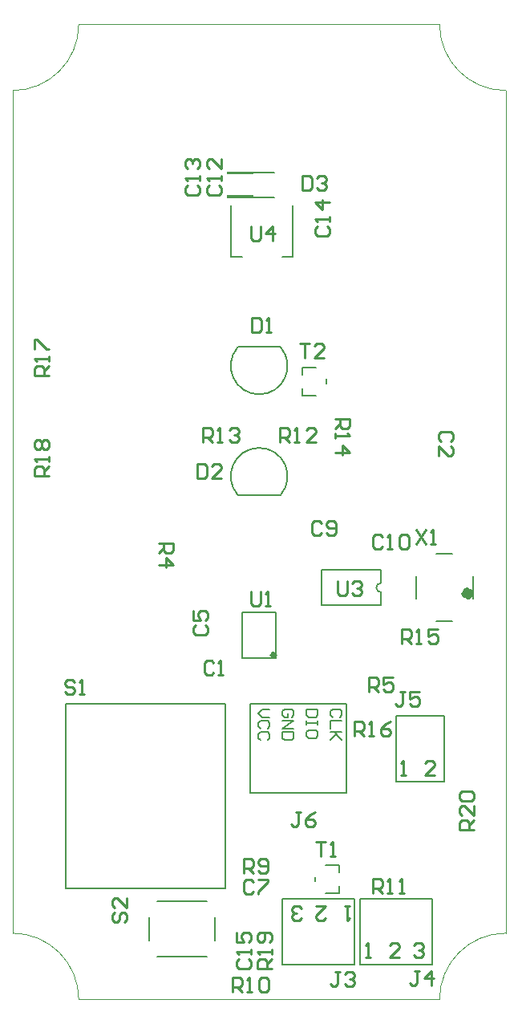
<source format=gto>
G04*
G04 #@! TF.GenerationSoftware,Altium Limited,Altium Designer,21.6.4 (81)*
G04*
G04 Layer_Color=65535*
%FSAX44Y44*%
%MOMM*%
G71*
G04*
G04 #@! TF.SameCoordinates,1A77CDA6-7C2D-4FE3-B1CB-ECEED33A992D*
G04*
G04*
G04 #@! TF.FilePolarity,Positive*
G04*
G01*
G75*
%ADD10C,0.2000*%
%ADD11C,1.0000*%
%ADD12C,0.5000*%
%ADD13C,0.2540*%
%ADD14C,0.0500*%
G36*
X00743500Y01084000D02*
Y01081000D01*
X00716250D01*
Y01084000D01*
X00743500D01*
D02*
G37*
G36*
Y01106000D02*
Y01109000D01*
X00716250D01*
Y01106000D01*
X00743500D01*
D02*
G37*
D10*
X00878789Y00675000D02*
G03*
X00878789Y00665000I00000000J-00005000D01*
G01*
X00727359Y00923682D02*
G03*
X00772641Y00923682I00022641J-00019682D01*
G01*
Y00767818D02*
G03*
X00727359Y00767818I-00022641J00019682D01*
G01*
X00816250Y00688500D02*
X00878750D01*
X00816250Y00651500D02*
Y00688500D01*
Y00651500D02*
X00878750D01*
Y00665000D01*
Y00675000D02*
Y00688500D01*
X00937102Y00705396D02*
X00945602D01*
X00954102D01*
X00945500Y00635000D02*
X00954000D01*
X00937000D02*
X00945500D01*
X00975500Y00670000D02*
Y00681750D01*
Y00658250D02*
Y00670000D01*
X00915500Y00658250D02*
Y00670000D01*
Y00681750D01*
X00703000Y00310000D02*
Y00322000D01*
Y00298000D02*
Y00310000D01*
X00634000Y00298000D02*
Y00310000D01*
X00642500Y00280500D02*
X00668500D01*
X00694500D01*
X00668500Y00339500D02*
X00694500D01*
X00642500D02*
X00668500D01*
X00634000Y00310000D02*
Y00322000D01*
X00842500Y00453250D02*
Y00547500D01*
X00740700Y00453250D02*
Y00547500D01*
Y00453250D02*
X00842500D01*
X00740700Y00547500D02*
X00842500D01*
X00727500Y00924000D02*
X00750000D01*
X00772500D01*
X00750000Y00767500D02*
X00772500D01*
X00727500D02*
X00750000D01*
X00720500Y01018750D02*
Y01073250D01*
Y01018750D02*
X00732000D01*
X00785500D02*
Y01073250D01*
X00774000Y01018750D02*
X00785500D01*
X00850450Y00272500D02*
Y00341500D01*
X00774050Y00272500D02*
Y00341500D01*
Y00272500D02*
X00850450D01*
X00774050Y00341500D02*
X00850450D01*
X00856700Y00272500D02*
Y00341500D01*
X00933100Y00272500D02*
Y00341500D01*
X00856700D02*
X00933100D01*
X00856700Y00272500D02*
X00933100D01*
X00894500Y00465500D02*
Y00534500D01*
X00945500Y00465500D02*
Y00534500D01*
X00894500D02*
X00945500D01*
X00894500Y00465500D02*
X00945500D01*
X00768000Y00596000D02*
Y00644000D01*
X00732000Y00596000D02*
Y00644000D01*
Y00596000D02*
X00768000D01*
X00732000Y00644000D02*
X00768000D01*
X00809500Y00360000D02*
Y00365000D01*
X00834500Y00369500D02*
Y00377500D01*
X00820000D02*
X00834500D01*
Y00347500D02*
Y00355500D01*
X00820000Y00347500D02*
X00834500D01*
X00820750Y00885000D02*
Y00890000D01*
X00795750Y00872500D02*
Y00880500D01*
Y00872500D02*
X00810250D01*
X00795750Y00894500D02*
Y00902500D01*
X00810250D01*
X00724500Y01082000D02*
X00765750D01*
X00724500Y01108000D02*
X00765750D01*
X00714500Y00547500D02*
X00714500Y00352500D01*
X00545500Y00547500D02*
X00714500D01*
X00545500Y00352500D02*
Y00547500D01*
Y00352500D02*
X00714500D01*
X00835347Y00533452D02*
X00837346Y00535452D01*
Y00539450D01*
X00835347Y00541450D01*
X00827349D01*
X00825350Y00539450D01*
Y00535452D01*
X00827349Y00533452D01*
X00837346Y00529454D02*
X00825350D01*
Y00521456D01*
X00837346Y00517458D02*
X00825350D01*
X00829349D01*
X00837346Y00509460D01*
X00831348Y00515458D01*
X00825350Y00509460D01*
X00811946Y00541450D02*
X00799950D01*
Y00535452D01*
X00801949Y00533452D01*
X00809947D01*
X00811946Y00535452D01*
Y00541450D01*
Y00529454D02*
Y00525455D01*
Y00527454D01*
X00799950D01*
Y00529454D01*
Y00525455D01*
X00811946Y00513459D02*
Y00517458D01*
X00809947Y00519457D01*
X00801949D01*
X00799950Y00517458D01*
Y00513459D01*
X00801949Y00511460D01*
X00809947D01*
X00811946Y00513459D01*
X00784547Y00533452D02*
X00786546Y00535452D01*
Y00539450D01*
X00784547Y00541450D01*
X00776549D01*
X00774550Y00539450D01*
Y00535452D01*
X00776549Y00533452D01*
X00780548D01*
Y00537451D01*
X00774550Y00529454D02*
X00786546D01*
X00774550Y00521456D01*
X00786546D01*
Y00517458D02*
X00774550D01*
Y00511460D01*
X00776549Y00509460D01*
X00784547D01*
X00786546Y00511460D01*
Y00517458D01*
X00761146Y00541450D02*
X00753148D01*
X00749150Y00537451D01*
X00753148Y00533452D01*
X00761146D01*
X00759147Y00521456D02*
X00761146Y00523456D01*
Y00527454D01*
X00759147Y00529454D01*
X00751149D01*
X00749150Y00527454D01*
Y00523456D01*
X00751149Y00521456D01*
X00759147Y00509460D02*
X00761146Y00511460D01*
Y00515458D01*
X00759147Y00517458D01*
X00751149D01*
X00749150Y00515458D01*
Y00511460D01*
X00751149Y00509460D01*
D11*
X00971500Y00663750D02*
G03*
X00971500Y00663750I-00001500J00000000D01*
G01*
D12*
X00766500Y00599000D02*
G03*
X00766500Y00599000I-00001500J00000000D01*
G01*
D13*
X00862040Y00279540D02*
X00867118D01*
X00864579D01*
Y00294775D01*
X00862040Y00292236D01*
X00897597Y00279540D02*
X00887440D01*
X00897597Y00289697D01*
Y00292236D01*
X00895058Y00294775D01*
X00889979D01*
X00887440Y00292236D01*
X00912840D02*
X00915379Y00294775D01*
X00920458D01*
X00922997Y00292236D01*
Y00289697D01*
X00920458Y00287157D01*
X00917918D01*
X00920458D01*
X00922997Y00284618D01*
Y00282079D01*
X00920458Y00279540D01*
X00915379D01*
X00912840Y00282079D01*
X00845110Y00334460D02*
X00840032D01*
X00842571D01*
Y00319225D01*
X00845110Y00321764D01*
X00809553Y00334460D02*
X00819710D01*
X00809553Y00324303D01*
Y00321764D01*
X00812093Y00319225D01*
X00817171D01*
X00819710Y00321764D01*
X00794310D02*
X00791771Y00319225D01*
X00786693D01*
X00784153Y00321764D01*
Y00324303D01*
X00786693Y00326842D01*
X00789232D01*
X00786693D01*
X00784153Y00329382D01*
Y00331921D01*
X00786693Y00334460D01*
X00791771D01*
X00794310Y00331921D01*
X00899840Y00472540D02*
X00904918D01*
X00902379D01*
Y00487775D01*
X00899840Y00485236D01*
X00935397Y00472540D02*
X00925240D01*
X00935397Y00482697D01*
Y00485236D01*
X00932858Y00487775D01*
X00927779D01*
X00925240Y00485236D01*
X00977117Y00414437D02*
X00961882D01*
Y00422054D01*
X00964422Y00424593D01*
X00969500D01*
X00972039Y00422054D01*
Y00414437D01*
Y00419515D02*
X00977117Y00424593D01*
Y00439828D02*
Y00429672D01*
X00966961Y00439828D01*
X00964422D01*
X00961882Y00437289D01*
Y00432211D01*
X00964422Y00429672D01*
Y00444907D02*
X00961882Y00447446D01*
Y00452524D01*
X00964422Y00455063D01*
X00974578D01*
X00977117Y00452524D01*
Y00447446D01*
X00974578Y00444907D01*
X00964422D01*
X00555241Y00570734D02*
X00552701Y00573273D01*
X00547623D01*
X00545084Y00570734D01*
Y00568195D01*
X00547623Y00565656D01*
X00552701D01*
X00555241Y00563116D01*
Y00560577D01*
X00552701Y00558038D01*
X00547623D01*
X00545084Y00560577D01*
X00560319Y00558038D02*
X00565397D01*
X00562858D01*
Y00573273D01*
X00560319Y00570734D01*
X00690206Y00823883D02*
Y00839118D01*
X00697824D01*
X00700363Y00836578D01*
Y00831500D01*
X00697824Y00828961D01*
X00690206D01*
X00695285D02*
X00700363Y00823883D01*
X00705441D02*
X00710520D01*
X00707980D01*
Y00839118D01*
X00705441Y00836578D01*
X00718137D02*
X00720676Y00839118D01*
X00725755D01*
X00728294Y00836578D01*
Y00834039D01*
X00725755Y00831500D01*
X00723215D01*
X00725755D01*
X00728294Y00828961D01*
Y00826422D01*
X00725755Y00823883D01*
X00720676D01*
X00718137Y00826422D01*
X00684304Y00800618D02*
Y00785383D01*
X00691922D01*
X00694461Y00787922D01*
Y00798078D01*
X00691922Y00800618D01*
X00684304D01*
X00709696Y00785383D02*
X00699539D01*
X00709696Y00795539D01*
Y00798078D01*
X00707157Y00800618D01*
X00702078D01*
X00699539Y00798078D01*
X00915482Y00731261D02*
X00925639Y00716026D01*
Y00731261D02*
X00915482Y00716026D01*
X00930717D02*
X00935795D01*
X00933256D01*
Y00731261D01*
X00930717Y00728722D01*
X00741554Y01051367D02*
Y01038672D01*
X00744093Y01036133D01*
X00749172D01*
X00751711Y01038672D01*
Y01051367D01*
X00764407Y01036133D02*
Y01051367D01*
X00756789Y01043750D01*
X00766946D01*
X00833054Y00677117D02*
Y00664422D01*
X00835593Y00661882D01*
X00840672D01*
X00843211Y00664422D01*
Y00677117D01*
X00848289Y00674578D02*
X00850828Y00677117D01*
X00855907D01*
X00858446Y00674578D01*
Y00672039D01*
X00855907Y00669500D01*
X00853368D01*
X00855907D01*
X00858446Y00666961D01*
Y00664422D01*
X00855907Y00661882D01*
X00850828D01*
X00848289Y00664422D01*
X00741093Y00666117D02*
Y00653422D01*
X00743633Y00650882D01*
X00748711D01*
X00751250Y00653422D01*
Y00666117D01*
X00756328Y00650882D02*
X00761407D01*
X00758868D01*
Y00666117D01*
X00756328Y00663578D01*
X00793242Y00927857D02*
X00803399D01*
X00798320D01*
Y00912622D01*
X00818634D02*
X00808477D01*
X00818634Y00922779D01*
Y00925318D01*
X00816095Y00927857D01*
X00811016D01*
X00808477Y00925318D01*
X00809593Y00402118D02*
X00819750D01*
X00814672D01*
Y00386883D01*
X00824828D02*
X00829907D01*
X00827368D01*
Y00402118D01*
X00824828Y00399578D01*
X00597800Y00327309D02*
X00595261Y00324770D01*
Y00319692D01*
X00597800Y00317153D01*
X00600339D01*
X00602878Y00319692D01*
Y00324770D01*
X00605418Y00327309D01*
X00607957D01*
X00610496Y00324770D01*
Y00319692D01*
X00607957Y00317153D01*
X00610496Y00342545D02*
Y00332388D01*
X00600339Y00342545D01*
X00597800D01*
X00595261Y00340005D01*
Y00334927D01*
X00597800Y00332388D01*
X00763118Y00267956D02*
X00747883D01*
Y00275574D01*
X00750422Y00278113D01*
X00755500D01*
X00758039Y00275574D01*
Y00267956D01*
Y00273034D02*
X00763118Y00278113D01*
Y00283191D02*
Y00288270D01*
Y00285730D01*
X00747883D01*
X00750422Y00283191D01*
X00760578Y00295887D02*
X00763118Y00298426D01*
Y00303505D01*
X00760578Y00306044D01*
X00750422D01*
X00747883Y00303505D01*
Y00298426D01*
X00750422Y00295887D01*
X00752961D01*
X00755500Y00298426D01*
Y00306044D01*
X00527702Y00787706D02*
X00512467D01*
Y00795324D01*
X00515006Y00797863D01*
X00520084D01*
X00522623Y00795324D01*
Y00787706D01*
Y00792785D02*
X00527702Y00797863D01*
Y00802941D02*
Y00808020D01*
Y00805480D01*
X00512467D01*
X00515006Y00802941D01*
Y00815637D02*
X00512467Y00818176D01*
Y00823255D01*
X00515006Y00825794D01*
X00517545D01*
X00520084Y00823255D01*
X00522623Y00825794D01*
X00525162D01*
X00527702Y00823255D01*
Y00818176D01*
X00525162Y00815637D01*
X00522623D01*
X00520084Y00818176D01*
X00517545Y00815637D01*
X00515006D01*
X00520084Y00818176D02*
Y00823255D01*
X00528340Y00893802D02*
X00513105D01*
Y00901420D01*
X00515644Y00903959D01*
X00520722D01*
X00523261Y00901420D01*
Y00893802D01*
Y00898880D02*
X00528340Y00903959D01*
Y00909037D02*
Y00914116D01*
Y00911577D01*
X00513105D01*
X00515644Y00909037D01*
X00513105Y00921733D02*
Y00931890D01*
X00515644D01*
X00525801Y00921733D01*
X00528340D01*
X00850206Y00513882D02*
Y00529118D01*
X00857824D01*
X00860363Y00526578D01*
Y00521500D01*
X00857824Y00518961D01*
X00850206D01*
X00855285D02*
X00860363Y00513882D01*
X00865441D02*
X00870520D01*
X00867980D01*
Y00529118D01*
X00865441Y00526578D01*
X00888294Y00529118D02*
X00883215Y00526578D01*
X00878137Y00521500D01*
Y00516422D01*
X00880676Y00513882D01*
X00885755D01*
X00888294Y00516422D01*
Y00518961D01*
X00885755Y00521500D01*
X00878137D01*
X00900956Y00611133D02*
Y00626367D01*
X00908574D01*
X00911113Y00623828D01*
Y00618750D01*
X00908574Y00616211D01*
X00900956D01*
X00906034D02*
X00911113Y00611133D01*
X00916191D02*
X00921270D01*
X00918730D01*
Y00626367D01*
X00916191Y00623828D01*
X00939044Y00626367D02*
X00928887D01*
Y00618750D01*
X00933966Y00621289D01*
X00936505D01*
X00939044Y00618750D01*
Y00613672D01*
X00936505Y00611133D01*
X00931426D01*
X00928887Y00613672D01*
X00829883Y00848044D02*
X00845117D01*
Y00840426D01*
X00842578Y00837887D01*
X00837500D01*
X00834961Y00840426D01*
Y00848044D01*
Y00842965D02*
X00829883Y00837887D01*
Y00832809D02*
Y00827730D01*
Y00830270D01*
X00845117D01*
X00842578Y00832809D01*
X00829883Y00812495D02*
X00845117D01*
X00837500Y00820113D01*
Y00809956D01*
X00772206Y00823633D02*
Y00838867D01*
X00779824D01*
X00782363Y00836328D01*
Y00831250D01*
X00779824Y00828711D01*
X00772206D01*
X00777284D02*
X00782363Y00823633D01*
X00787441D02*
X00792520D01*
X00789980D01*
Y00838867D01*
X00787441Y00836328D01*
X00810294Y00823633D02*
X00800137D01*
X00810294Y00833789D01*
Y00836328D01*
X00807755Y00838867D01*
X00802676D01*
X00800137Y00836328D01*
X00869995Y00347632D02*
Y00362868D01*
X00877613D01*
X00880152Y00360328D01*
Y00355250D01*
X00877613Y00352711D01*
X00869995D01*
X00875074D02*
X00880152Y00347632D01*
X00885230D02*
X00890309D01*
X00887770D01*
Y00362868D01*
X00885230Y00360328D01*
X00897926Y00347632D02*
X00903005D01*
X00900465D01*
Y00362868D01*
X00897926Y00360328D01*
X00722206Y00243883D02*
Y00259118D01*
X00729824D01*
X00732363Y00256578D01*
Y00251500D01*
X00729824Y00248961D01*
X00722206D01*
X00727284D02*
X00732363Y00243883D01*
X00737441D02*
X00742520D01*
X00739980D01*
Y00259118D01*
X00737441Y00256578D01*
X00750137D02*
X00752676Y00259118D01*
X00757755D01*
X00760294Y00256578D01*
Y00246422D01*
X00757755Y00243883D01*
X00752676D01*
X00750137Y00246422D01*
Y00256578D01*
X00733554Y00369132D02*
Y00384367D01*
X00741172D01*
X00743711Y00381828D01*
Y00376750D01*
X00741172Y00374211D01*
X00733554D01*
X00738633D02*
X00743711Y00369132D01*
X00748789Y00371672D02*
X00751328Y00369132D01*
X00756407D01*
X00758946Y00371672D01*
Y00381828D01*
X00756407Y00384367D01*
X00751328D01*
X00748789Y00381828D01*
Y00379289D01*
X00751328Y00376750D01*
X00758946D01*
X00866054Y00559883D02*
Y00575117D01*
X00873672D01*
X00876211Y00572578D01*
Y00567500D01*
X00873672Y00564961D01*
X00866054D01*
X00871133D02*
X00876211Y00559883D01*
X00891446Y00575117D02*
X00881289D01*
Y00567500D01*
X00886367Y00570039D01*
X00888907D01*
X00891446Y00567500D01*
Y00562422D01*
X00888907Y00559883D01*
X00883828D01*
X00881289Y00562422D01*
X00643883Y00716446D02*
X00659118D01*
Y00708828D01*
X00656578Y00706289D01*
X00651500D01*
X00648961Y00708828D01*
Y00716446D01*
Y00711367D02*
X00643883Y00706289D01*
Y00693593D02*
X00659118D01*
X00651500Y00701211D01*
Y00691054D01*
X00793961Y00432868D02*
X00788883D01*
X00791422D01*
Y00420172D01*
X00788883Y00417632D01*
X00786343D01*
X00783804Y00420172D01*
X00809196Y00432868D02*
X00804118Y00430328D01*
X00799039Y00425250D01*
Y00420172D01*
X00801578Y00417632D01*
X00806657D01*
X00809196Y00420172D01*
Y00422711D01*
X00806657Y00425250D01*
X00799039D01*
X00904199Y00560281D02*
X00899120D01*
X00901659D01*
Y00547585D01*
X00899120Y00545046D01*
X00896581D01*
X00894042Y00547585D01*
X00919434Y00560281D02*
X00909277D01*
Y00552663D01*
X00914355Y00555203D01*
X00916895D01*
X00919434Y00552663D01*
Y00547585D01*
X00916895Y00545046D01*
X00911816D01*
X00909277Y00547585D01*
X00918961Y00265618D02*
X00913883D01*
X00916422D01*
Y00252922D01*
X00913883Y00250382D01*
X00911343D01*
X00908804Y00252922D01*
X00931657Y00250382D02*
Y00265618D01*
X00924039Y00258000D01*
X00934196D01*
X00835211Y00264867D02*
X00830133D01*
X00832672D01*
Y00252172D01*
X00830133Y00249632D01*
X00827593D01*
X00825054Y00252172D01*
X00840289Y00262328D02*
X00842828Y00264867D01*
X00847907D01*
X00850446Y00262328D01*
Y00259789D01*
X00847907Y00257250D01*
X00845368D01*
X00847907D01*
X00850446Y00254711D01*
Y00252172D01*
X00847907Y00249632D01*
X00842828D01*
X00840289Y00252172D01*
X00795304Y01104867D02*
Y01089632D01*
X00802922D01*
X00805461Y01092172D01*
Y01102328D01*
X00802922Y01104867D01*
X00795304D01*
X00810539Y01102328D02*
X00813078Y01104867D01*
X00818157D01*
X00820696Y01102328D01*
Y01099789D01*
X00818157Y01097250D01*
X00815618D01*
X00818157D01*
X00820696Y01094711D01*
Y01092172D01*
X00818157Y01089632D01*
X00813078D01*
X00810539Y01092172D01*
X00742343Y00954867D02*
Y00939632D01*
X00749961D01*
X00752500Y00942172D01*
Y00952328D01*
X00749961Y00954867D01*
X00742343D01*
X00757578Y00939632D02*
X00762657D01*
X00760118D01*
Y00954867D01*
X00757578Y00952328D01*
X00728422Y00277863D02*
X00725882Y00275324D01*
Y00270245D01*
X00728422Y00267706D01*
X00738578D01*
X00741117Y00270245D01*
Y00275324D01*
X00738578Y00277863D01*
X00741117Y00282941D02*
Y00288020D01*
Y00285480D01*
X00725882D01*
X00728422Y00282941D01*
X00725882Y00305794D02*
Y00295637D01*
X00733500D01*
X00730961Y00300716D01*
Y00303255D01*
X00733500Y00305794D01*
X00738578D01*
X00741117Y00303255D01*
Y00298176D01*
X00738578Y00295637D01*
X00811922Y01051363D02*
X00809382Y01048824D01*
Y01043745D01*
X00811922Y01041206D01*
X00822078D01*
X00824617Y01043745D01*
Y01048824D01*
X00822078Y01051363D01*
X00824617Y01056441D02*
Y01061520D01*
Y01058980D01*
X00809382D01*
X00811922Y01056441D01*
X00824617Y01076755D02*
X00809382D01*
X00817000Y01069137D01*
Y01079294D01*
X00674172Y01094363D02*
X00671632Y01091824D01*
Y01086745D01*
X00674172Y01084206D01*
X00684328D01*
X00686868Y01086745D01*
Y01091824D01*
X00684328Y01094363D01*
X00686868Y01099441D02*
Y01104520D01*
Y01101980D01*
X00671632D01*
X00674172Y01099441D01*
Y01112137D02*
X00671632Y01114676D01*
Y01119755D01*
X00674172Y01122294D01*
X00676711D01*
X00679250Y01119755D01*
Y01117215D01*
Y01119755D01*
X00681789Y01122294D01*
X00684328D01*
X00686868Y01119755D01*
Y01114676D01*
X00684328Y01112137D01*
X00697172Y01094363D02*
X00694632Y01091824D01*
Y01086745D01*
X00697172Y01084206D01*
X00707328D01*
X00709867Y01086745D01*
Y01091824D01*
X00707328Y01094363D01*
X00709867Y01099441D02*
Y01104520D01*
Y01101980D01*
X00694632D01*
X00697172Y01099441D01*
X00709867Y01122294D02*
Y01112137D01*
X00699711Y01122294D01*
X00697172D01*
X00694632Y01119755D01*
Y01114676D01*
X00697172Y01112137D01*
X00880113Y00723828D02*
X00877574Y00726367D01*
X00872495D01*
X00869956Y00723828D01*
Y00713672D01*
X00872495Y00711133D01*
X00877574D01*
X00880113Y00713672D01*
X00885191Y00711133D02*
X00890270D01*
X00887730D01*
Y00726367D01*
X00885191Y00723828D01*
X00897887D02*
X00900426Y00726367D01*
X00905505D01*
X00908044Y00723828D01*
Y00713672D01*
X00905505Y00711133D01*
X00900426D01*
X00897887Y00713672D01*
Y00723828D01*
X00815961Y00737828D02*
X00813422Y00740368D01*
X00808343D01*
X00805804Y00737828D01*
Y00727672D01*
X00808343Y00725133D01*
X00813422D01*
X00815961Y00727672D01*
X00821039D02*
X00823578Y00725133D01*
X00828657D01*
X00831196Y00727672D01*
Y00737828D01*
X00828657Y00740368D01*
X00823578D01*
X00821039Y00737828D01*
Y00735289D01*
X00823578Y00732750D01*
X00831196D01*
X00743961Y00359328D02*
X00741422Y00361867D01*
X00736343D01*
X00733804Y00359328D01*
Y00349172D01*
X00736343Y00346632D01*
X00741422D01*
X00743961Y00349172D01*
X00749039Y00361867D02*
X00759196D01*
Y00359328D01*
X00749039Y00349172D01*
Y00346632D01*
X00683172Y00630461D02*
X00680632Y00627922D01*
Y00622843D01*
X00683172Y00620304D01*
X00693328D01*
X00695867Y00622843D01*
Y00627922D01*
X00693328Y00630461D01*
X00680632Y00645696D02*
Y00635539D01*
X00688250D01*
X00685711Y00640618D01*
Y00643157D01*
X00688250Y00645696D01*
X00693328D01*
X00695867Y00643157D01*
Y00638078D01*
X00693328Y00635539D01*
X00952078Y00824539D02*
X00954617Y00827078D01*
Y00832157D01*
X00952078Y00834696D01*
X00941922D01*
X00939382Y00832157D01*
Y00827078D01*
X00941922Y00824539D01*
X00939382Y00809304D02*
Y00819461D01*
X00949539Y00809304D01*
X00952078D01*
X00954617Y00811843D01*
Y00816922D01*
X00952078Y00819461D01*
X00702000Y00590328D02*
X00699461Y00592868D01*
X00694382D01*
X00691843Y00590328D01*
Y00580172D01*
X00694382Y00577632D01*
X00699461D01*
X00702000Y00580172D01*
X00707078Y00577632D02*
X00712157D01*
X00709618D01*
Y00592868D01*
X00707078Y00590328D01*
D14*
X00940500Y01264350D02*
G03*
X01010350Y01194500I00069850J00000000D01*
G01*
X00489650D02*
G03*
X00559500Y01264350I00000000J00069850D01*
G01*
X01010350Y00305500D02*
G03*
X00940500Y00235650I00000000J-00069850D01*
G01*
X00559500D02*
G03*
X00489650Y00305500I-00069850J00000000D01*
G01*
X01010350D02*
X01010350Y01194500D01*
X00559500Y01264350D02*
X00940500D01*
X00489650Y00305500D02*
X00489650Y01194500D01*
X00559500Y00235650D02*
X00940500D01*
M02*

</source>
